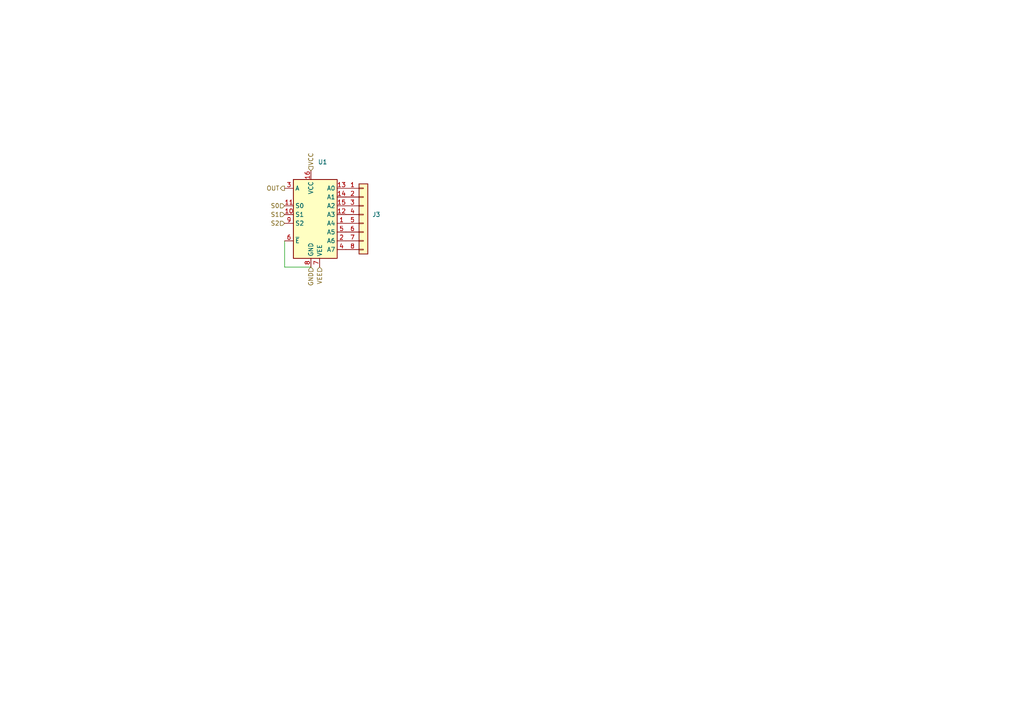
<source format=kicad_sch>
(kicad_sch (version 20211123) (generator eeschema)
  (paper "A4")
  (lib_symbols
    (symbol "74xx:74HC4051"
      (property "Reference" "U" (at -5.08 11.43 0))
      (property "Value" "74HC4051" (at -7.62 -13.97 0))
      (symbol "74HC4051_0_1"
        (rectangle (start -5.08 10.16) (end 7.62 -12.7) (stroke (width 0.254)) (fill (type background)))
      )
      (symbol "74HC4051_1_1"
        (pin passive line (at 10.16 -2.54 180) (length 2.54) (name "A4") (number "1"))
        (pin input line (at -7.62 0 0) (length 2.54) (name "S1") (number "10"))
        (pin input line (at -7.62 2.54 0) (length 2.54) (name "S0") (number "11"))
        (pin passive line (at 10.16 0 180) (length 2.54) (name "A3") (number "12"))
        (pin passive line (at 10.16 7.62 180) (length 2.54) (name "A0") (number "13"))
        (pin passive line (at 10.16 5.08 180) (length 2.54) (name "A1") (number "14"))
        (pin passive line (at 10.16 2.54 180) (length 2.54) (name "A2") (number "15"))
        (pin power_in line (at 0 12.7 270) (length 2.54) (name "VCC") (number "16"))
        (pin passive line (at 10.16 -7.62 180) (length 2.54) (name "A6") (number "2"))
        (pin passive line (at -7.62 7.62 0) (length 2.54) (name "A") (number "3"))
        (pin passive line (at 10.16 -10.16 180) (length 2.54) (name "A7") (number "4"))
        (pin passive line (at 10.16 -5.08 180) (length 2.54) (name "A5") (number "5"))
        (pin input line (at -7.62 -7.62 0) (length 2.54) (name "~{E}") (number "6"))
        (pin power_in line (at 2.54 -15.24 90) (length 2.54) (name "VEE") (number "7"))
        (pin power_in line (at 0 -15.24 90) (length 2.54) (name "GND") (number "8"))
        (pin input line (at -7.62 -2.54 0) (length 2.54) (name "S2") (number "9"))
      )
    )
    (symbol "Connector_Generic:Conn_01x08" (pin_names (offset 1.016) hide)
      (property "Reference" "J" (at 0 10.16 0))
      (property "Value" "Conn_01x08" (at 0 -12.7 0))
      (symbol "Conn_01x08_1_1"
        (rectangle (start -1.27 -10.033) (end 0 -10.287) (stroke (width 0.1524)))
        (rectangle (start -1.27 -7.493) (end 0 -7.747) (stroke (width 0.1524)))
        (rectangle (start -1.27 -4.953) (end 0 -5.207) (stroke (width 0.1524)))
        (rectangle (start -1.27 -2.413) (end 0 -2.667) (stroke (width 0.1524)))
        (rectangle (start -1.27 0.127) (end 0 -0.127) (stroke (width 0.1524)))
        (rectangle (start -1.27 2.667) (end 0 2.413) (stroke (width 0.1524)))
        (rectangle (start -1.27 5.207) (end 0 4.953) (stroke (width 0.1524)))
        (rectangle (start -1.27 7.747) (end 0 7.493) (stroke (width 0.1524)))
        (rectangle (start -1.27 8.89) (end 1.27 -11.43) (stroke (width 0.254)) (fill (type background)))
        (pin passive line (at -5.08 7.62 0) (length 3.81) (name "Pin_1") (number "1"))
        (pin passive line (at -5.08 5.08 0) (length 3.81) (name "Pin_2") (number "2"))
        (pin passive line (at -5.08 2.54 0) (length 3.81) (name "Pin_3") (number "3"))
        (pin passive line (at -5.08 0 0) (length 3.81) (name "Pin_4") (number "4"))
        (pin passive line (at -5.08 -2.54 0) (length 3.81) (name "Pin_5") (number "5"))
        (pin passive line (at -5.08 -5.08 0) (length 3.81) (name "Pin_6") (number "6"))
        (pin passive line (at -5.08 -7.62 0) (length 3.81) (name "Pin_7") (number "7"))
        (pin passive line (at -5.08 -10.16 0) (length 3.81) (name "Pin_8") (number "8"))
      )
    )
  )
  (wire (pts (xy 82.55 77.47) (xy 90.17 77.47)))
  (wire (pts (xy 82.55 69.85) (xy 82.55 77.47)))
  (hierarchical_label "S2" (shape input) (at 82.55 64.77 180))
  (hierarchical_label "VEE" (shape input) (at 92.71 77.47 270))
  (hierarchical_label "S0" (shape input) (at 82.55 59.69 180))
  (hierarchical_label "VCC" (shape input) (at 90.17 49.53 90))
  (hierarchical_label "GND" (shape input) (at 90.17 77.47 270))
  (hierarchical_label "S1" (shape input) (at 82.55 62.23 180))
  (hierarchical_label "OUT" (shape output) (at 82.55 54.61 180))
  (symbol (lib_id "74xx:74HC4051") (at 90.17 62.23 0) (unit 1)
    (property "Reference" "U1" (at 92.1894 46.99 0) (effects (justify left)))
    (property "Footprint" "Package_SO:SO-16_5.3x10.2mm_P1.27mm" (effects hide))
    (property "Datasheet" "http://www.ti.com/lit/ds/symlink/cd74hc4051.pdf" (effects hide))
  )
  (symbol (lib_id "Connector_Generic:Conn_01x08") (at 105.41 62.23 0) (unit 1)
    (property "Reference" "J3" (at 107.95 62.2299 0) (effects (justify left)))
    (property "Footprint" "Connector_PinHeader_2.54mm:PinHeader_1x08_P2.54mm_Vertical" (effects hide))
  )
)
</source>
